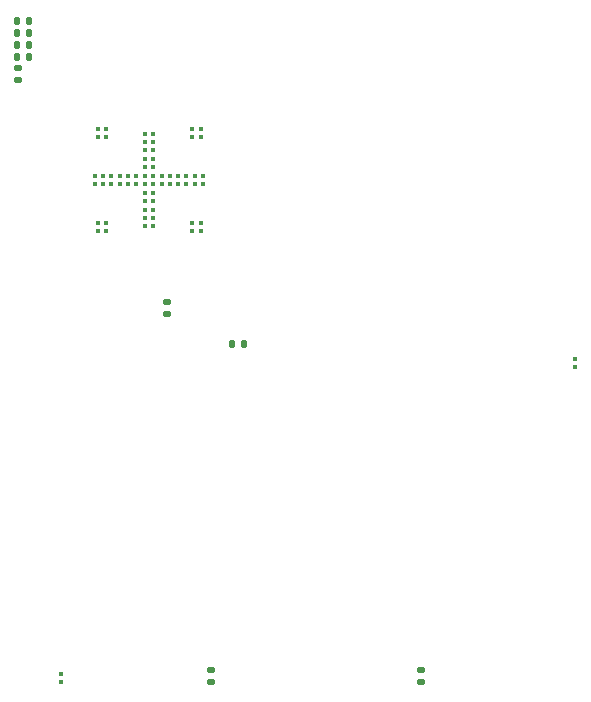
<source format=gbr>
%TF.GenerationSoftware,KiCad,Pcbnew,7.0.10*%
%TF.CreationDate,2024-03-26T21:26:04+03:00*%
%TF.ProjectId,com_1300,636f6d5f-3133-4303-902e-6b696361645f,rev?*%
%TF.SameCoordinates,Original*%
%TF.FileFunction,Paste,Bot*%
%TF.FilePolarity,Positive*%
%FSLAX46Y46*%
G04 Gerber Fmt 4.6, Leading zero omitted, Abs format (unit mm)*
G04 Created by KiCad (PCBNEW 7.0.10) date 2024-03-26 21:26:04*
%MOMM*%
%LPD*%
G01*
G04 APERTURE LIST*
G04 Aperture macros list*
%AMRoundRect*
0 Rectangle with rounded corners*
0 $1 Rounding radius*
0 $2 $3 $4 $5 $6 $7 $8 $9 X,Y pos of 4 corners*
0 Add a 4 corners polygon primitive as box body*
4,1,4,$2,$3,$4,$5,$6,$7,$8,$9,$2,$3,0*
0 Add four circle primitives for the rounded corners*
1,1,$1+$1,$2,$3*
1,1,$1+$1,$4,$5*
1,1,$1+$1,$6,$7*
1,1,$1+$1,$8,$9*
0 Add four rect primitives between the rounded corners*
20,1,$1+$1,$2,$3,$4,$5,0*
20,1,$1+$1,$4,$5,$6,$7,0*
20,1,$1+$1,$6,$7,$8,$9,0*
20,1,$1+$1,$8,$9,$2,$3,0*%
G04 Aperture macros list end*
%ADD10RoundRect,0.079500X0.079500X0.100500X-0.079500X0.100500X-0.079500X-0.100500X0.079500X-0.100500X0*%
%ADD11RoundRect,0.135000X-0.185000X0.135000X-0.185000X-0.135000X0.185000X-0.135000X0.185000X0.135000X0*%
%ADD12RoundRect,0.079500X-0.100500X0.079500X-0.100500X-0.079500X0.100500X-0.079500X0.100500X0.079500X0*%
%ADD13RoundRect,0.140000X0.140000X0.170000X-0.140000X0.170000X-0.140000X-0.170000X0.140000X-0.170000X0*%
%ADD14RoundRect,0.140000X-0.140000X-0.170000X0.140000X-0.170000X0.140000X0.170000X-0.140000X0.170000X0*%
%ADD15RoundRect,0.079500X0.100500X-0.079500X0.100500X0.079500X-0.100500X0.079500X-0.100500X-0.079500X0*%
%ADD16RoundRect,0.135000X0.185000X-0.135000X0.185000X0.135000X-0.185000X0.135000X-0.185000X-0.135000X0*%
%ADD17RoundRect,0.135000X-0.135000X-0.185000X0.135000X-0.185000X0.135000X0.185000X-0.135000X0.185000X0*%
G04 APERTURE END LIST*
D10*
%TO.C,C64*%
X27155000Y-35000000D03*
X27845000Y-35000000D03*
%TD*%
%TO.C,C72*%
X27845000Y-34300000D03*
X27155000Y-34300000D03*
%TD*%
D11*
%TO.C,R11*%
X29000000Y-47840000D03*
X29000000Y-48860000D03*
%TD*%
D12*
%TO.C,C67*%
X31850000Y-33845000D03*
X31850000Y-33155000D03*
%TD*%
D13*
%TO.C,C24*%
X17300000Y-26050000D03*
X16340000Y-26050000D03*
%TD*%
D14*
%TO.C,C27*%
X16340000Y-24000000D03*
X17300000Y-24000000D03*
%TD*%
D15*
%TO.C,C69*%
X31850000Y-41845000D03*
X31850000Y-41155000D03*
%TD*%
D10*
%TO.C,C74*%
X27155000Y-33600000D03*
X27845000Y-33600000D03*
%TD*%
D12*
%TO.C,C43*%
X28550000Y-37155000D03*
X28550000Y-37845000D03*
%TD*%
%TO.C,C48*%
X32050000Y-37155000D03*
X32050000Y-37845000D03*
%TD*%
D10*
%TO.C,C63*%
X27155000Y-35700000D03*
X27845000Y-35700000D03*
%TD*%
%TO.C,C50*%
X27155000Y-39300000D03*
X27845000Y-39300000D03*
%TD*%
D12*
%TO.C,C47*%
X31350000Y-37845000D03*
X31350000Y-37155000D03*
%TD*%
%TO.C,C36*%
X23600000Y-37155000D03*
X23600000Y-37845000D03*
%TD*%
D14*
%TO.C,C12*%
X16340000Y-27050000D03*
X17300000Y-27050000D03*
%TD*%
D12*
%TO.C,C46*%
X30650000Y-37155000D03*
X30650000Y-37845000D03*
%TD*%
D11*
%TO.C,R16*%
X50477500Y-78990000D03*
X50477500Y-80010000D03*
%TD*%
D15*
%TO.C,C60*%
X23850000Y-41155000D03*
X23850000Y-41845000D03*
%TD*%
D10*
%TO.C,C52*%
X27845000Y-40700000D03*
X27155000Y-40700000D03*
%TD*%
D12*
%TO.C,C41*%
X26400000Y-37155000D03*
X26400000Y-37845000D03*
%TD*%
%TO.C,C35*%
X22900000Y-37845000D03*
X22900000Y-37155000D03*
%TD*%
%TO.C,C57*%
X23150000Y-33845000D03*
X23150000Y-33155000D03*
%TD*%
D10*
%TO.C,C59*%
X27845000Y-36400000D03*
X27155000Y-36400000D03*
%TD*%
%TO.C,C56*%
X27845000Y-41400000D03*
X27155000Y-41400000D03*
%TD*%
D15*
%TO.C,R15*%
X19997500Y-79335000D03*
X19997500Y-80025000D03*
%TD*%
D12*
%TO.C,C75*%
X27850000Y-37845000D03*
X27850000Y-37155000D03*
%TD*%
%TO.C,C44*%
X29250000Y-37845000D03*
X29250000Y-37155000D03*
%TD*%
D16*
%TO.C,R22*%
X16380000Y-29050000D03*
X16380000Y-28030000D03*
%TD*%
D10*
%TO.C,C51*%
X27845000Y-40000000D03*
X27155000Y-40000000D03*
%TD*%
D15*
%TO.C,C11*%
X63580000Y-52655000D03*
X63580000Y-53345000D03*
%TD*%
D12*
%TO.C,C39*%
X25000000Y-37845000D03*
X25000000Y-37155000D03*
%TD*%
%TO.C,C68*%
X31150000Y-33845000D03*
X31150000Y-33155000D03*
%TD*%
D14*
%TO.C,C8*%
X16340000Y-25050000D03*
X17300000Y-25050000D03*
%TD*%
D17*
%TO.C,R3*%
X34490000Y-51400000D03*
X35510000Y-51400000D03*
%TD*%
D12*
%TO.C,C45*%
X29950000Y-37845000D03*
X29950000Y-37155000D03*
%TD*%
%TO.C,C40*%
X25700000Y-37845000D03*
X25700000Y-37155000D03*
%TD*%
%TO.C,C37*%
X24300000Y-37845000D03*
X24300000Y-37155000D03*
%TD*%
D15*
%TO.C,C70*%
X31150000Y-41155000D03*
X31150000Y-41845000D03*
%TD*%
D16*
%TO.C,R17*%
X32697500Y-80010000D03*
X32697500Y-78990000D03*
%TD*%
D15*
%TO.C,C58*%
X23150000Y-41845000D03*
X23150000Y-41155000D03*
%TD*%
D12*
%TO.C,C55*%
X23850000Y-33155000D03*
X23850000Y-33845000D03*
%TD*%
D10*
%TO.C,C49*%
X27845000Y-38600000D03*
X27155000Y-38600000D03*
%TD*%
D12*
%TO.C,C42*%
X27150000Y-37155000D03*
X27150000Y-37845000D03*
%TD*%
M02*

</source>
